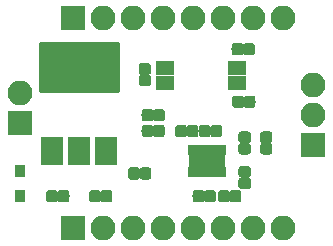
<source format=gbr>
G04 #@! TF.GenerationSoftware,KiCad,Pcbnew,(5.0.0-3-g5ebb6b6)*
G04 #@! TF.CreationDate,2019-03-02T11:42:57+00:00*
G04 #@! TF.ProjectId,WsonBagelBoard,57736F6E426167656C426F6172642E6B,rev?*
G04 #@! TF.SameCoordinates,Original*
G04 #@! TF.FileFunction,Soldermask,Top*
G04 #@! TF.FilePolarity,Negative*
%FSLAX46Y46*%
G04 Gerber Fmt 4.6, Leading zero omitted, Abs format (unit mm)*
G04 Created by KiCad (PCBNEW (5.0.0-3-g5ebb6b6)) date Saturday, 02 March 2019 at 11:42:57*
%MOMM*%
%LPD*%
G01*
G04 APERTURE LIST*
%ADD10R,2.100000X2.100000*%
%ADD11O,2.100000X2.100000*%
%ADD12R,1.650000X1.160000*%
%ADD13R,4.200000X2.400000*%
%ADD14R,1.900000X2.400000*%
%ADD15R,0.650000X0.900000*%
%ADD16R,3.050000X1.400000*%
%ADD17C,0.100000*%
%ADD18C,0.990000*%
%ADD19R,0.850000X1.000000*%
%ADD20C,0.254000*%
G04 APERTURE END LIST*
D10*
G04 #@! TO.C,J_MNT1*
X104140000Y-53340000D03*
D11*
X106680000Y-53340000D03*
X109220000Y-53340000D03*
X111760000Y-53340000D03*
X114300000Y-53340000D03*
X116840000Y-53340000D03*
X119380000Y-53340000D03*
X121920000Y-53340000D03*
G04 #@! TD*
G04 #@! TO.C,J_MNT2*
X121920000Y-71120000D03*
X119380000Y-71120000D03*
X116840000Y-71120000D03*
X114300000Y-71120000D03*
X111760000Y-71120000D03*
X109220000Y-71120000D03*
X106680000Y-71120000D03*
D10*
X104140000Y-71120000D03*
G04 #@! TD*
G04 #@! TO.C,J_IN2*
X99695000Y-62230000D03*
D11*
X99695000Y-59690000D03*
G04 #@! TD*
D10*
G04 #@! TO.C,J_OUT1*
X124460000Y-64135000D03*
D11*
X124460000Y-61595000D03*
X124460000Y-59055000D03*
G04 #@! TD*
D12*
G04 #@! TO.C,SWEN1*
X111923500Y-57594500D03*
X118073500Y-58864500D03*
X111923500Y-58864500D03*
X118073500Y-57594500D03*
G04 #@! TD*
D13*
G04 #@! TO.C,U1*
X104648000Y-58318000D03*
D14*
X104648000Y-64618000D03*
X106948000Y-64618000D03*
X102348000Y-64618000D03*
G04 #@! TD*
D15*
G04 #@! TO.C,U2*
X114256500Y-66418500D03*
X114756500Y-66418500D03*
X115256500Y-66418500D03*
X115756500Y-66418500D03*
X116256500Y-66418500D03*
X116756500Y-66418500D03*
X116756500Y-64518500D03*
X116256500Y-64518500D03*
X115756500Y-64518500D03*
X115256500Y-64518500D03*
X114756500Y-64518500D03*
X114256500Y-64518500D03*
D16*
X115506500Y-65468500D03*
G04 #@! TD*
D17*
G04 #@! TO.C,C1*
G36*
X116555359Y-62422392D02*
X116579385Y-62425956D01*
X116602945Y-62431857D01*
X116625814Y-62440040D01*
X116647771Y-62450424D01*
X116668604Y-62462911D01*
X116688112Y-62477380D01*
X116706109Y-62493691D01*
X116722420Y-62511688D01*
X116736889Y-62531196D01*
X116749376Y-62552029D01*
X116759760Y-62573986D01*
X116767943Y-62596855D01*
X116773844Y-62620415D01*
X116777408Y-62644441D01*
X116778600Y-62668700D01*
X116778600Y-63213700D01*
X116777408Y-63237959D01*
X116773844Y-63261985D01*
X116767943Y-63285545D01*
X116759760Y-63308414D01*
X116749376Y-63330371D01*
X116736889Y-63351204D01*
X116722420Y-63370712D01*
X116706109Y-63388709D01*
X116688112Y-63405020D01*
X116668604Y-63419489D01*
X116647771Y-63431976D01*
X116625814Y-63442360D01*
X116602945Y-63450543D01*
X116579385Y-63456444D01*
X116555359Y-63460008D01*
X116531100Y-63461200D01*
X116036100Y-63461200D01*
X116011841Y-63460008D01*
X115987815Y-63456444D01*
X115964255Y-63450543D01*
X115941386Y-63442360D01*
X115919429Y-63431976D01*
X115898596Y-63419489D01*
X115879088Y-63405020D01*
X115861091Y-63388709D01*
X115844780Y-63370712D01*
X115830311Y-63351204D01*
X115817824Y-63330371D01*
X115807440Y-63308414D01*
X115799257Y-63285545D01*
X115793356Y-63261985D01*
X115789792Y-63237959D01*
X115788600Y-63213700D01*
X115788600Y-62668700D01*
X115789792Y-62644441D01*
X115793356Y-62620415D01*
X115799257Y-62596855D01*
X115807440Y-62573986D01*
X115817824Y-62552029D01*
X115830311Y-62531196D01*
X115844780Y-62511688D01*
X115861091Y-62493691D01*
X115879088Y-62477380D01*
X115898596Y-62462911D01*
X115919429Y-62450424D01*
X115941386Y-62440040D01*
X115964255Y-62431857D01*
X115987815Y-62425956D01*
X116011841Y-62422392D01*
X116036100Y-62421200D01*
X116531100Y-62421200D01*
X116555359Y-62422392D01*
X116555359Y-62422392D01*
G37*
D18*
X116283600Y-62941200D03*
D17*
G36*
X115585359Y-62422392D02*
X115609385Y-62425956D01*
X115632945Y-62431857D01*
X115655814Y-62440040D01*
X115677771Y-62450424D01*
X115698604Y-62462911D01*
X115718112Y-62477380D01*
X115736109Y-62493691D01*
X115752420Y-62511688D01*
X115766889Y-62531196D01*
X115779376Y-62552029D01*
X115789760Y-62573986D01*
X115797943Y-62596855D01*
X115803844Y-62620415D01*
X115807408Y-62644441D01*
X115808600Y-62668700D01*
X115808600Y-63213700D01*
X115807408Y-63237959D01*
X115803844Y-63261985D01*
X115797943Y-63285545D01*
X115789760Y-63308414D01*
X115779376Y-63330371D01*
X115766889Y-63351204D01*
X115752420Y-63370712D01*
X115736109Y-63388709D01*
X115718112Y-63405020D01*
X115698604Y-63419489D01*
X115677771Y-63431976D01*
X115655814Y-63442360D01*
X115632945Y-63450543D01*
X115609385Y-63456444D01*
X115585359Y-63460008D01*
X115561100Y-63461200D01*
X115066100Y-63461200D01*
X115041841Y-63460008D01*
X115017815Y-63456444D01*
X114994255Y-63450543D01*
X114971386Y-63442360D01*
X114949429Y-63431976D01*
X114928596Y-63419489D01*
X114909088Y-63405020D01*
X114891091Y-63388709D01*
X114874780Y-63370712D01*
X114860311Y-63351204D01*
X114847824Y-63330371D01*
X114837440Y-63308414D01*
X114829257Y-63285545D01*
X114823356Y-63261985D01*
X114819792Y-63237959D01*
X114818600Y-63213700D01*
X114818600Y-62668700D01*
X114819792Y-62644441D01*
X114823356Y-62620415D01*
X114829257Y-62596855D01*
X114837440Y-62573986D01*
X114847824Y-62552029D01*
X114860311Y-62531196D01*
X114874780Y-62511688D01*
X114891091Y-62493691D01*
X114909088Y-62477380D01*
X114928596Y-62462911D01*
X114949429Y-62450424D01*
X114971386Y-62440040D01*
X114994255Y-62431857D01*
X115017815Y-62425956D01*
X115041841Y-62422392D01*
X115066100Y-62421200D01*
X115561100Y-62421200D01*
X115585359Y-62422392D01*
X115585359Y-62422392D01*
G37*
D18*
X115313600Y-62941200D03*
G04 #@! TD*
D17*
G04 #@! TO.C,CINV1*
G36*
X115039259Y-67934192D02*
X115063285Y-67937756D01*
X115086845Y-67943657D01*
X115109714Y-67951840D01*
X115131671Y-67962224D01*
X115152504Y-67974711D01*
X115172012Y-67989180D01*
X115190009Y-68005491D01*
X115206320Y-68023488D01*
X115220789Y-68042996D01*
X115233276Y-68063829D01*
X115243660Y-68085786D01*
X115251843Y-68108655D01*
X115257744Y-68132215D01*
X115261308Y-68156241D01*
X115262500Y-68180500D01*
X115262500Y-68725500D01*
X115261308Y-68749759D01*
X115257744Y-68773785D01*
X115251843Y-68797345D01*
X115243660Y-68820214D01*
X115233276Y-68842171D01*
X115220789Y-68863004D01*
X115206320Y-68882512D01*
X115190009Y-68900509D01*
X115172012Y-68916820D01*
X115152504Y-68931289D01*
X115131671Y-68943776D01*
X115109714Y-68954160D01*
X115086845Y-68962343D01*
X115063285Y-68968244D01*
X115039259Y-68971808D01*
X115015000Y-68973000D01*
X114520000Y-68973000D01*
X114495741Y-68971808D01*
X114471715Y-68968244D01*
X114448155Y-68962343D01*
X114425286Y-68954160D01*
X114403329Y-68943776D01*
X114382496Y-68931289D01*
X114362988Y-68916820D01*
X114344991Y-68900509D01*
X114328680Y-68882512D01*
X114314211Y-68863004D01*
X114301724Y-68842171D01*
X114291340Y-68820214D01*
X114283157Y-68797345D01*
X114277256Y-68773785D01*
X114273692Y-68749759D01*
X114272500Y-68725500D01*
X114272500Y-68180500D01*
X114273692Y-68156241D01*
X114277256Y-68132215D01*
X114283157Y-68108655D01*
X114291340Y-68085786D01*
X114301724Y-68063829D01*
X114314211Y-68042996D01*
X114328680Y-68023488D01*
X114344991Y-68005491D01*
X114362988Y-67989180D01*
X114382496Y-67974711D01*
X114403329Y-67962224D01*
X114425286Y-67951840D01*
X114448155Y-67943657D01*
X114471715Y-67937756D01*
X114495741Y-67934192D01*
X114520000Y-67933000D01*
X115015000Y-67933000D01*
X115039259Y-67934192D01*
X115039259Y-67934192D01*
G37*
D18*
X114767500Y-68453000D03*
D17*
G36*
X116009259Y-67934192D02*
X116033285Y-67937756D01*
X116056845Y-67943657D01*
X116079714Y-67951840D01*
X116101671Y-67962224D01*
X116122504Y-67974711D01*
X116142012Y-67989180D01*
X116160009Y-68005491D01*
X116176320Y-68023488D01*
X116190789Y-68042996D01*
X116203276Y-68063829D01*
X116213660Y-68085786D01*
X116221843Y-68108655D01*
X116227744Y-68132215D01*
X116231308Y-68156241D01*
X116232500Y-68180500D01*
X116232500Y-68725500D01*
X116231308Y-68749759D01*
X116227744Y-68773785D01*
X116221843Y-68797345D01*
X116213660Y-68820214D01*
X116203276Y-68842171D01*
X116190789Y-68863004D01*
X116176320Y-68882512D01*
X116160009Y-68900509D01*
X116142012Y-68916820D01*
X116122504Y-68931289D01*
X116101671Y-68943776D01*
X116079714Y-68954160D01*
X116056845Y-68962343D01*
X116033285Y-68968244D01*
X116009259Y-68971808D01*
X115985000Y-68973000D01*
X115490000Y-68973000D01*
X115465741Y-68971808D01*
X115441715Y-68968244D01*
X115418155Y-68962343D01*
X115395286Y-68954160D01*
X115373329Y-68943776D01*
X115352496Y-68931289D01*
X115332988Y-68916820D01*
X115314991Y-68900509D01*
X115298680Y-68882512D01*
X115284211Y-68863004D01*
X115271724Y-68842171D01*
X115261340Y-68820214D01*
X115253157Y-68797345D01*
X115247256Y-68773785D01*
X115243692Y-68749759D01*
X115242500Y-68725500D01*
X115242500Y-68180500D01*
X115243692Y-68156241D01*
X115247256Y-68132215D01*
X115253157Y-68108655D01*
X115261340Y-68085786D01*
X115271724Y-68063829D01*
X115284211Y-68042996D01*
X115298680Y-68023488D01*
X115314991Y-68005491D01*
X115332988Y-67989180D01*
X115352496Y-67974711D01*
X115373329Y-67962224D01*
X115395286Y-67951840D01*
X115418155Y-67943657D01*
X115441715Y-67937756D01*
X115465741Y-67934192D01*
X115490000Y-67933000D01*
X115985000Y-67933000D01*
X116009259Y-67934192D01*
X116009259Y-67934192D01*
G37*
D18*
X115737500Y-68453000D03*
G04 #@! TD*
D17*
G04 #@! TO.C,CP1*
G36*
X117198259Y-67934192D02*
X117222285Y-67937756D01*
X117245845Y-67943657D01*
X117268714Y-67951840D01*
X117290671Y-67962224D01*
X117311504Y-67974711D01*
X117331012Y-67989180D01*
X117349009Y-68005491D01*
X117365320Y-68023488D01*
X117379789Y-68042996D01*
X117392276Y-68063829D01*
X117402660Y-68085786D01*
X117410843Y-68108655D01*
X117416744Y-68132215D01*
X117420308Y-68156241D01*
X117421500Y-68180500D01*
X117421500Y-68725500D01*
X117420308Y-68749759D01*
X117416744Y-68773785D01*
X117410843Y-68797345D01*
X117402660Y-68820214D01*
X117392276Y-68842171D01*
X117379789Y-68863004D01*
X117365320Y-68882512D01*
X117349009Y-68900509D01*
X117331012Y-68916820D01*
X117311504Y-68931289D01*
X117290671Y-68943776D01*
X117268714Y-68954160D01*
X117245845Y-68962343D01*
X117222285Y-68968244D01*
X117198259Y-68971808D01*
X117174000Y-68973000D01*
X116679000Y-68973000D01*
X116654741Y-68971808D01*
X116630715Y-68968244D01*
X116607155Y-68962343D01*
X116584286Y-68954160D01*
X116562329Y-68943776D01*
X116541496Y-68931289D01*
X116521988Y-68916820D01*
X116503991Y-68900509D01*
X116487680Y-68882512D01*
X116473211Y-68863004D01*
X116460724Y-68842171D01*
X116450340Y-68820214D01*
X116442157Y-68797345D01*
X116436256Y-68773785D01*
X116432692Y-68749759D01*
X116431500Y-68725500D01*
X116431500Y-68180500D01*
X116432692Y-68156241D01*
X116436256Y-68132215D01*
X116442157Y-68108655D01*
X116450340Y-68085786D01*
X116460724Y-68063829D01*
X116473211Y-68042996D01*
X116487680Y-68023488D01*
X116503991Y-68005491D01*
X116521988Y-67989180D01*
X116541496Y-67974711D01*
X116562329Y-67962224D01*
X116584286Y-67951840D01*
X116607155Y-67943657D01*
X116630715Y-67937756D01*
X116654741Y-67934192D01*
X116679000Y-67933000D01*
X117174000Y-67933000D01*
X117198259Y-67934192D01*
X117198259Y-67934192D01*
G37*
D18*
X116926500Y-68453000D03*
D17*
G36*
X118168259Y-67934192D02*
X118192285Y-67937756D01*
X118215845Y-67943657D01*
X118238714Y-67951840D01*
X118260671Y-67962224D01*
X118281504Y-67974711D01*
X118301012Y-67989180D01*
X118319009Y-68005491D01*
X118335320Y-68023488D01*
X118349789Y-68042996D01*
X118362276Y-68063829D01*
X118372660Y-68085786D01*
X118380843Y-68108655D01*
X118386744Y-68132215D01*
X118390308Y-68156241D01*
X118391500Y-68180500D01*
X118391500Y-68725500D01*
X118390308Y-68749759D01*
X118386744Y-68773785D01*
X118380843Y-68797345D01*
X118372660Y-68820214D01*
X118362276Y-68842171D01*
X118349789Y-68863004D01*
X118335320Y-68882512D01*
X118319009Y-68900509D01*
X118301012Y-68916820D01*
X118281504Y-68931289D01*
X118260671Y-68943776D01*
X118238714Y-68954160D01*
X118215845Y-68962343D01*
X118192285Y-68968244D01*
X118168259Y-68971808D01*
X118144000Y-68973000D01*
X117649000Y-68973000D01*
X117624741Y-68971808D01*
X117600715Y-68968244D01*
X117577155Y-68962343D01*
X117554286Y-68954160D01*
X117532329Y-68943776D01*
X117511496Y-68931289D01*
X117491988Y-68916820D01*
X117473991Y-68900509D01*
X117457680Y-68882512D01*
X117443211Y-68863004D01*
X117430724Y-68842171D01*
X117420340Y-68820214D01*
X117412157Y-68797345D01*
X117406256Y-68773785D01*
X117402692Y-68749759D01*
X117401500Y-68725500D01*
X117401500Y-68180500D01*
X117402692Y-68156241D01*
X117406256Y-68132215D01*
X117412157Y-68108655D01*
X117420340Y-68085786D01*
X117430724Y-68063829D01*
X117443211Y-68042996D01*
X117457680Y-68023488D01*
X117473991Y-68005491D01*
X117491988Y-67989180D01*
X117511496Y-67974711D01*
X117532329Y-67962224D01*
X117554286Y-67951840D01*
X117577155Y-67943657D01*
X117600715Y-67937756D01*
X117624741Y-67934192D01*
X117649000Y-67933000D01*
X118144000Y-67933000D01*
X118168259Y-67934192D01*
X118168259Y-67934192D01*
G37*
D18*
X117896500Y-68453000D03*
G04 #@! TD*
D17*
G04 #@! TO.C,CR1*
G36*
X103626759Y-67934192D02*
X103650785Y-67937756D01*
X103674345Y-67943657D01*
X103697214Y-67951840D01*
X103719171Y-67962224D01*
X103740004Y-67974711D01*
X103759512Y-67989180D01*
X103777509Y-68005491D01*
X103793820Y-68023488D01*
X103808289Y-68042996D01*
X103820776Y-68063829D01*
X103831160Y-68085786D01*
X103839343Y-68108655D01*
X103845244Y-68132215D01*
X103848808Y-68156241D01*
X103850000Y-68180500D01*
X103850000Y-68725500D01*
X103848808Y-68749759D01*
X103845244Y-68773785D01*
X103839343Y-68797345D01*
X103831160Y-68820214D01*
X103820776Y-68842171D01*
X103808289Y-68863004D01*
X103793820Y-68882512D01*
X103777509Y-68900509D01*
X103759512Y-68916820D01*
X103740004Y-68931289D01*
X103719171Y-68943776D01*
X103697214Y-68954160D01*
X103674345Y-68962343D01*
X103650785Y-68968244D01*
X103626759Y-68971808D01*
X103602500Y-68973000D01*
X103107500Y-68973000D01*
X103083241Y-68971808D01*
X103059215Y-68968244D01*
X103035655Y-68962343D01*
X103012786Y-68954160D01*
X102990829Y-68943776D01*
X102969996Y-68931289D01*
X102950488Y-68916820D01*
X102932491Y-68900509D01*
X102916180Y-68882512D01*
X102901711Y-68863004D01*
X102889224Y-68842171D01*
X102878840Y-68820214D01*
X102870657Y-68797345D01*
X102864756Y-68773785D01*
X102861192Y-68749759D01*
X102860000Y-68725500D01*
X102860000Y-68180500D01*
X102861192Y-68156241D01*
X102864756Y-68132215D01*
X102870657Y-68108655D01*
X102878840Y-68085786D01*
X102889224Y-68063829D01*
X102901711Y-68042996D01*
X102916180Y-68023488D01*
X102932491Y-68005491D01*
X102950488Y-67989180D01*
X102969996Y-67974711D01*
X102990829Y-67962224D01*
X103012786Y-67951840D01*
X103035655Y-67943657D01*
X103059215Y-67937756D01*
X103083241Y-67934192D01*
X103107500Y-67933000D01*
X103602500Y-67933000D01*
X103626759Y-67934192D01*
X103626759Y-67934192D01*
G37*
D18*
X103355000Y-68453000D03*
D17*
G36*
X102656759Y-67934192D02*
X102680785Y-67937756D01*
X102704345Y-67943657D01*
X102727214Y-67951840D01*
X102749171Y-67962224D01*
X102770004Y-67974711D01*
X102789512Y-67989180D01*
X102807509Y-68005491D01*
X102823820Y-68023488D01*
X102838289Y-68042996D01*
X102850776Y-68063829D01*
X102861160Y-68085786D01*
X102869343Y-68108655D01*
X102875244Y-68132215D01*
X102878808Y-68156241D01*
X102880000Y-68180500D01*
X102880000Y-68725500D01*
X102878808Y-68749759D01*
X102875244Y-68773785D01*
X102869343Y-68797345D01*
X102861160Y-68820214D01*
X102850776Y-68842171D01*
X102838289Y-68863004D01*
X102823820Y-68882512D01*
X102807509Y-68900509D01*
X102789512Y-68916820D01*
X102770004Y-68931289D01*
X102749171Y-68943776D01*
X102727214Y-68954160D01*
X102704345Y-68962343D01*
X102680785Y-68968244D01*
X102656759Y-68971808D01*
X102632500Y-68973000D01*
X102137500Y-68973000D01*
X102113241Y-68971808D01*
X102089215Y-68968244D01*
X102065655Y-68962343D01*
X102042786Y-68954160D01*
X102020829Y-68943776D01*
X101999996Y-68931289D01*
X101980488Y-68916820D01*
X101962491Y-68900509D01*
X101946180Y-68882512D01*
X101931711Y-68863004D01*
X101919224Y-68842171D01*
X101908840Y-68820214D01*
X101900657Y-68797345D01*
X101894756Y-68773785D01*
X101891192Y-68749759D01*
X101890000Y-68725500D01*
X101890000Y-68180500D01*
X101891192Y-68156241D01*
X101894756Y-68132215D01*
X101900657Y-68108655D01*
X101908840Y-68085786D01*
X101919224Y-68063829D01*
X101931711Y-68042996D01*
X101946180Y-68023488D01*
X101962491Y-68005491D01*
X101980488Y-67989180D01*
X101999996Y-67974711D01*
X102020829Y-67962224D01*
X102042786Y-67951840D01*
X102065655Y-67943657D01*
X102089215Y-67937756D01*
X102113241Y-67934192D01*
X102137500Y-67933000D01*
X102632500Y-67933000D01*
X102656759Y-67934192D01*
X102656759Y-67934192D01*
G37*
D18*
X102385000Y-68453000D03*
G04 #@! TD*
D17*
G04 #@! TO.C,CR2*
G36*
X107246259Y-67934192D02*
X107270285Y-67937756D01*
X107293845Y-67943657D01*
X107316714Y-67951840D01*
X107338671Y-67962224D01*
X107359504Y-67974711D01*
X107379012Y-67989180D01*
X107397009Y-68005491D01*
X107413320Y-68023488D01*
X107427789Y-68042996D01*
X107440276Y-68063829D01*
X107450660Y-68085786D01*
X107458843Y-68108655D01*
X107464744Y-68132215D01*
X107468308Y-68156241D01*
X107469500Y-68180500D01*
X107469500Y-68725500D01*
X107468308Y-68749759D01*
X107464744Y-68773785D01*
X107458843Y-68797345D01*
X107450660Y-68820214D01*
X107440276Y-68842171D01*
X107427789Y-68863004D01*
X107413320Y-68882512D01*
X107397009Y-68900509D01*
X107379012Y-68916820D01*
X107359504Y-68931289D01*
X107338671Y-68943776D01*
X107316714Y-68954160D01*
X107293845Y-68962343D01*
X107270285Y-68968244D01*
X107246259Y-68971808D01*
X107222000Y-68973000D01*
X106727000Y-68973000D01*
X106702741Y-68971808D01*
X106678715Y-68968244D01*
X106655155Y-68962343D01*
X106632286Y-68954160D01*
X106610329Y-68943776D01*
X106589496Y-68931289D01*
X106569988Y-68916820D01*
X106551991Y-68900509D01*
X106535680Y-68882512D01*
X106521211Y-68863004D01*
X106508724Y-68842171D01*
X106498340Y-68820214D01*
X106490157Y-68797345D01*
X106484256Y-68773785D01*
X106480692Y-68749759D01*
X106479500Y-68725500D01*
X106479500Y-68180500D01*
X106480692Y-68156241D01*
X106484256Y-68132215D01*
X106490157Y-68108655D01*
X106498340Y-68085786D01*
X106508724Y-68063829D01*
X106521211Y-68042996D01*
X106535680Y-68023488D01*
X106551991Y-68005491D01*
X106569988Y-67989180D01*
X106589496Y-67974711D01*
X106610329Y-67962224D01*
X106632286Y-67951840D01*
X106655155Y-67943657D01*
X106678715Y-67937756D01*
X106702741Y-67934192D01*
X106727000Y-67933000D01*
X107222000Y-67933000D01*
X107246259Y-67934192D01*
X107246259Y-67934192D01*
G37*
D18*
X106974500Y-68453000D03*
D17*
G36*
X106276259Y-67934192D02*
X106300285Y-67937756D01*
X106323845Y-67943657D01*
X106346714Y-67951840D01*
X106368671Y-67962224D01*
X106389504Y-67974711D01*
X106409012Y-67989180D01*
X106427009Y-68005491D01*
X106443320Y-68023488D01*
X106457789Y-68042996D01*
X106470276Y-68063829D01*
X106480660Y-68085786D01*
X106488843Y-68108655D01*
X106494744Y-68132215D01*
X106498308Y-68156241D01*
X106499500Y-68180500D01*
X106499500Y-68725500D01*
X106498308Y-68749759D01*
X106494744Y-68773785D01*
X106488843Y-68797345D01*
X106480660Y-68820214D01*
X106470276Y-68842171D01*
X106457789Y-68863004D01*
X106443320Y-68882512D01*
X106427009Y-68900509D01*
X106409012Y-68916820D01*
X106389504Y-68931289D01*
X106368671Y-68943776D01*
X106346714Y-68954160D01*
X106323845Y-68962343D01*
X106300285Y-68968244D01*
X106276259Y-68971808D01*
X106252000Y-68973000D01*
X105757000Y-68973000D01*
X105732741Y-68971808D01*
X105708715Y-68968244D01*
X105685155Y-68962343D01*
X105662286Y-68954160D01*
X105640329Y-68943776D01*
X105619496Y-68931289D01*
X105599988Y-68916820D01*
X105581991Y-68900509D01*
X105565680Y-68882512D01*
X105551211Y-68863004D01*
X105538724Y-68842171D01*
X105528340Y-68820214D01*
X105520157Y-68797345D01*
X105514256Y-68773785D01*
X105510692Y-68749759D01*
X105509500Y-68725500D01*
X105509500Y-68180500D01*
X105510692Y-68156241D01*
X105514256Y-68132215D01*
X105520157Y-68108655D01*
X105528340Y-68085786D01*
X105538724Y-68063829D01*
X105551211Y-68042996D01*
X105565680Y-68023488D01*
X105581991Y-68005491D01*
X105599988Y-67989180D01*
X105619496Y-67974711D01*
X105640329Y-67962224D01*
X105662286Y-67951840D01*
X105685155Y-67943657D01*
X105708715Y-67937756D01*
X105732741Y-67934192D01*
X105757000Y-67933000D01*
X106252000Y-67933000D01*
X106276259Y-67934192D01*
X106276259Y-67934192D01*
G37*
D18*
X106004500Y-68453000D03*
G04 #@! TD*
D17*
G04 #@! TO.C,DOK1*
G36*
X110548259Y-66003792D02*
X110572285Y-66007356D01*
X110595845Y-66013257D01*
X110618714Y-66021440D01*
X110640671Y-66031824D01*
X110661504Y-66044311D01*
X110681012Y-66058780D01*
X110699009Y-66075091D01*
X110715320Y-66093088D01*
X110729789Y-66112596D01*
X110742276Y-66133429D01*
X110752660Y-66155386D01*
X110760843Y-66178255D01*
X110766744Y-66201815D01*
X110770308Y-66225841D01*
X110771500Y-66250100D01*
X110771500Y-66795100D01*
X110770308Y-66819359D01*
X110766744Y-66843385D01*
X110760843Y-66866945D01*
X110752660Y-66889814D01*
X110742276Y-66911771D01*
X110729789Y-66932604D01*
X110715320Y-66952112D01*
X110699009Y-66970109D01*
X110681012Y-66986420D01*
X110661504Y-67000889D01*
X110640671Y-67013376D01*
X110618714Y-67023760D01*
X110595845Y-67031943D01*
X110572285Y-67037844D01*
X110548259Y-67041408D01*
X110524000Y-67042600D01*
X110029000Y-67042600D01*
X110004741Y-67041408D01*
X109980715Y-67037844D01*
X109957155Y-67031943D01*
X109934286Y-67023760D01*
X109912329Y-67013376D01*
X109891496Y-67000889D01*
X109871988Y-66986420D01*
X109853991Y-66970109D01*
X109837680Y-66952112D01*
X109823211Y-66932604D01*
X109810724Y-66911771D01*
X109800340Y-66889814D01*
X109792157Y-66866945D01*
X109786256Y-66843385D01*
X109782692Y-66819359D01*
X109781500Y-66795100D01*
X109781500Y-66250100D01*
X109782692Y-66225841D01*
X109786256Y-66201815D01*
X109792157Y-66178255D01*
X109800340Y-66155386D01*
X109810724Y-66133429D01*
X109823211Y-66112596D01*
X109837680Y-66093088D01*
X109853991Y-66075091D01*
X109871988Y-66058780D01*
X109891496Y-66044311D01*
X109912329Y-66031824D01*
X109934286Y-66021440D01*
X109957155Y-66013257D01*
X109980715Y-66007356D01*
X110004741Y-66003792D01*
X110029000Y-66002600D01*
X110524000Y-66002600D01*
X110548259Y-66003792D01*
X110548259Y-66003792D01*
G37*
D18*
X110276500Y-66522600D03*
D17*
G36*
X109578259Y-66003792D02*
X109602285Y-66007356D01*
X109625845Y-66013257D01*
X109648714Y-66021440D01*
X109670671Y-66031824D01*
X109691504Y-66044311D01*
X109711012Y-66058780D01*
X109729009Y-66075091D01*
X109745320Y-66093088D01*
X109759789Y-66112596D01*
X109772276Y-66133429D01*
X109782660Y-66155386D01*
X109790843Y-66178255D01*
X109796744Y-66201815D01*
X109800308Y-66225841D01*
X109801500Y-66250100D01*
X109801500Y-66795100D01*
X109800308Y-66819359D01*
X109796744Y-66843385D01*
X109790843Y-66866945D01*
X109782660Y-66889814D01*
X109772276Y-66911771D01*
X109759789Y-66932604D01*
X109745320Y-66952112D01*
X109729009Y-66970109D01*
X109711012Y-66986420D01*
X109691504Y-67000889D01*
X109670671Y-67013376D01*
X109648714Y-67023760D01*
X109625845Y-67031943D01*
X109602285Y-67037844D01*
X109578259Y-67041408D01*
X109554000Y-67042600D01*
X109059000Y-67042600D01*
X109034741Y-67041408D01*
X109010715Y-67037844D01*
X108987155Y-67031943D01*
X108964286Y-67023760D01*
X108942329Y-67013376D01*
X108921496Y-67000889D01*
X108901988Y-66986420D01*
X108883991Y-66970109D01*
X108867680Y-66952112D01*
X108853211Y-66932604D01*
X108840724Y-66911771D01*
X108830340Y-66889814D01*
X108822157Y-66866945D01*
X108816256Y-66843385D01*
X108812692Y-66819359D01*
X108811500Y-66795100D01*
X108811500Y-66250100D01*
X108812692Y-66225841D01*
X108816256Y-66201815D01*
X108822157Y-66178255D01*
X108830340Y-66155386D01*
X108840724Y-66133429D01*
X108853211Y-66112596D01*
X108867680Y-66093088D01*
X108883991Y-66075091D01*
X108901988Y-66058780D01*
X108921496Y-66044311D01*
X108942329Y-66031824D01*
X108964286Y-66021440D01*
X108987155Y-66013257D01*
X109010715Y-66007356D01*
X109034741Y-66003792D01*
X109059000Y-66002600D01*
X109554000Y-66002600D01*
X109578259Y-66003792D01*
X109578259Y-66003792D01*
G37*
D18*
X109306500Y-66522600D03*
G04 #@! TD*
D17*
G04 #@! TO.C,R1*
G36*
X111691259Y-61076192D02*
X111715285Y-61079756D01*
X111738845Y-61085657D01*
X111761714Y-61093840D01*
X111783671Y-61104224D01*
X111804504Y-61116711D01*
X111824012Y-61131180D01*
X111842009Y-61147491D01*
X111858320Y-61165488D01*
X111872789Y-61184996D01*
X111885276Y-61205829D01*
X111895660Y-61227786D01*
X111903843Y-61250655D01*
X111909744Y-61274215D01*
X111913308Y-61298241D01*
X111914500Y-61322500D01*
X111914500Y-61867500D01*
X111913308Y-61891759D01*
X111909744Y-61915785D01*
X111903843Y-61939345D01*
X111895660Y-61962214D01*
X111885276Y-61984171D01*
X111872789Y-62005004D01*
X111858320Y-62024512D01*
X111842009Y-62042509D01*
X111824012Y-62058820D01*
X111804504Y-62073289D01*
X111783671Y-62085776D01*
X111761714Y-62096160D01*
X111738845Y-62104343D01*
X111715285Y-62110244D01*
X111691259Y-62113808D01*
X111667000Y-62115000D01*
X111172000Y-62115000D01*
X111147741Y-62113808D01*
X111123715Y-62110244D01*
X111100155Y-62104343D01*
X111077286Y-62096160D01*
X111055329Y-62085776D01*
X111034496Y-62073289D01*
X111014988Y-62058820D01*
X110996991Y-62042509D01*
X110980680Y-62024512D01*
X110966211Y-62005004D01*
X110953724Y-61984171D01*
X110943340Y-61962214D01*
X110935157Y-61939345D01*
X110929256Y-61915785D01*
X110925692Y-61891759D01*
X110924500Y-61867500D01*
X110924500Y-61322500D01*
X110925692Y-61298241D01*
X110929256Y-61274215D01*
X110935157Y-61250655D01*
X110943340Y-61227786D01*
X110953724Y-61205829D01*
X110966211Y-61184996D01*
X110980680Y-61165488D01*
X110996991Y-61147491D01*
X111014988Y-61131180D01*
X111034496Y-61116711D01*
X111055329Y-61104224D01*
X111077286Y-61093840D01*
X111100155Y-61085657D01*
X111123715Y-61079756D01*
X111147741Y-61076192D01*
X111172000Y-61075000D01*
X111667000Y-61075000D01*
X111691259Y-61076192D01*
X111691259Y-61076192D01*
G37*
D18*
X111419500Y-61595000D03*
D17*
G36*
X110721259Y-61076192D02*
X110745285Y-61079756D01*
X110768845Y-61085657D01*
X110791714Y-61093840D01*
X110813671Y-61104224D01*
X110834504Y-61116711D01*
X110854012Y-61131180D01*
X110872009Y-61147491D01*
X110888320Y-61165488D01*
X110902789Y-61184996D01*
X110915276Y-61205829D01*
X110925660Y-61227786D01*
X110933843Y-61250655D01*
X110939744Y-61274215D01*
X110943308Y-61298241D01*
X110944500Y-61322500D01*
X110944500Y-61867500D01*
X110943308Y-61891759D01*
X110939744Y-61915785D01*
X110933843Y-61939345D01*
X110925660Y-61962214D01*
X110915276Y-61984171D01*
X110902789Y-62005004D01*
X110888320Y-62024512D01*
X110872009Y-62042509D01*
X110854012Y-62058820D01*
X110834504Y-62073289D01*
X110813671Y-62085776D01*
X110791714Y-62096160D01*
X110768845Y-62104343D01*
X110745285Y-62110244D01*
X110721259Y-62113808D01*
X110697000Y-62115000D01*
X110202000Y-62115000D01*
X110177741Y-62113808D01*
X110153715Y-62110244D01*
X110130155Y-62104343D01*
X110107286Y-62096160D01*
X110085329Y-62085776D01*
X110064496Y-62073289D01*
X110044988Y-62058820D01*
X110026991Y-62042509D01*
X110010680Y-62024512D01*
X109996211Y-62005004D01*
X109983724Y-61984171D01*
X109973340Y-61962214D01*
X109965157Y-61939345D01*
X109959256Y-61915785D01*
X109955692Y-61891759D01*
X109954500Y-61867500D01*
X109954500Y-61322500D01*
X109955692Y-61298241D01*
X109959256Y-61274215D01*
X109965157Y-61250655D01*
X109973340Y-61227786D01*
X109983724Y-61205829D01*
X109996211Y-61184996D01*
X110010680Y-61165488D01*
X110026991Y-61147491D01*
X110044988Y-61131180D01*
X110064496Y-61116711D01*
X110085329Y-61104224D01*
X110107286Y-61093840D01*
X110130155Y-61085657D01*
X110153715Y-61079756D01*
X110177741Y-61076192D01*
X110202000Y-61075000D01*
X110697000Y-61075000D01*
X110721259Y-61076192D01*
X110721259Y-61076192D01*
G37*
D18*
X110449500Y-61595000D03*
G04 #@! TD*
D17*
G04 #@! TO.C,R2*
G36*
X110721259Y-62409692D02*
X110745285Y-62413256D01*
X110768845Y-62419157D01*
X110791714Y-62427340D01*
X110813671Y-62437724D01*
X110834504Y-62450211D01*
X110854012Y-62464680D01*
X110872009Y-62480991D01*
X110888320Y-62498988D01*
X110902789Y-62518496D01*
X110915276Y-62539329D01*
X110925660Y-62561286D01*
X110933843Y-62584155D01*
X110939744Y-62607715D01*
X110943308Y-62631741D01*
X110944500Y-62656000D01*
X110944500Y-63201000D01*
X110943308Y-63225259D01*
X110939744Y-63249285D01*
X110933843Y-63272845D01*
X110925660Y-63295714D01*
X110915276Y-63317671D01*
X110902789Y-63338504D01*
X110888320Y-63358012D01*
X110872009Y-63376009D01*
X110854012Y-63392320D01*
X110834504Y-63406789D01*
X110813671Y-63419276D01*
X110791714Y-63429660D01*
X110768845Y-63437843D01*
X110745285Y-63443744D01*
X110721259Y-63447308D01*
X110697000Y-63448500D01*
X110202000Y-63448500D01*
X110177741Y-63447308D01*
X110153715Y-63443744D01*
X110130155Y-63437843D01*
X110107286Y-63429660D01*
X110085329Y-63419276D01*
X110064496Y-63406789D01*
X110044988Y-63392320D01*
X110026991Y-63376009D01*
X110010680Y-63358012D01*
X109996211Y-63338504D01*
X109983724Y-63317671D01*
X109973340Y-63295714D01*
X109965157Y-63272845D01*
X109959256Y-63249285D01*
X109955692Y-63225259D01*
X109954500Y-63201000D01*
X109954500Y-62656000D01*
X109955692Y-62631741D01*
X109959256Y-62607715D01*
X109965157Y-62584155D01*
X109973340Y-62561286D01*
X109983724Y-62539329D01*
X109996211Y-62518496D01*
X110010680Y-62498988D01*
X110026991Y-62480991D01*
X110044988Y-62464680D01*
X110064496Y-62450211D01*
X110085329Y-62437724D01*
X110107286Y-62427340D01*
X110130155Y-62419157D01*
X110153715Y-62413256D01*
X110177741Y-62409692D01*
X110202000Y-62408500D01*
X110697000Y-62408500D01*
X110721259Y-62409692D01*
X110721259Y-62409692D01*
G37*
D18*
X110449500Y-62928500D03*
D17*
G36*
X111691259Y-62409692D02*
X111715285Y-62413256D01*
X111738845Y-62419157D01*
X111761714Y-62427340D01*
X111783671Y-62437724D01*
X111804504Y-62450211D01*
X111824012Y-62464680D01*
X111842009Y-62480991D01*
X111858320Y-62498988D01*
X111872789Y-62518496D01*
X111885276Y-62539329D01*
X111895660Y-62561286D01*
X111903843Y-62584155D01*
X111909744Y-62607715D01*
X111913308Y-62631741D01*
X111914500Y-62656000D01*
X111914500Y-63201000D01*
X111913308Y-63225259D01*
X111909744Y-63249285D01*
X111903843Y-63272845D01*
X111895660Y-63295714D01*
X111885276Y-63317671D01*
X111872789Y-63338504D01*
X111858320Y-63358012D01*
X111842009Y-63376009D01*
X111824012Y-63392320D01*
X111804504Y-63406789D01*
X111783671Y-63419276D01*
X111761714Y-63429660D01*
X111738845Y-63437843D01*
X111715285Y-63443744D01*
X111691259Y-63447308D01*
X111667000Y-63448500D01*
X111172000Y-63448500D01*
X111147741Y-63447308D01*
X111123715Y-63443744D01*
X111100155Y-63437843D01*
X111077286Y-63429660D01*
X111055329Y-63419276D01*
X111034496Y-63406789D01*
X111014988Y-63392320D01*
X110996991Y-63376009D01*
X110980680Y-63358012D01*
X110966211Y-63338504D01*
X110953724Y-63317671D01*
X110943340Y-63295714D01*
X110935157Y-63272845D01*
X110929256Y-63249285D01*
X110925692Y-63225259D01*
X110924500Y-63201000D01*
X110924500Y-62656000D01*
X110925692Y-62631741D01*
X110929256Y-62607715D01*
X110935157Y-62584155D01*
X110943340Y-62561286D01*
X110953724Y-62539329D01*
X110966211Y-62518496D01*
X110980680Y-62498988D01*
X110996991Y-62480991D01*
X111014988Y-62464680D01*
X111034496Y-62450211D01*
X111055329Y-62437724D01*
X111077286Y-62427340D01*
X111100155Y-62419157D01*
X111123715Y-62413256D01*
X111147741Y-62409692D01*
X111172000Y-62408500D01*
X111667000Y-62408500D01*
X111691259Y-62409692D01*
X111691259Y-62409692D01*
G37*
D18*
X111419500Y-62928500D03*
G04 #@! TD*
D17*
G04 #@! TO.C,R3*
G36*
X120819759Y-62965692D02*
X120843785Y-62969256D01*
X120867345Y-62975157D01*
X120890214Y-62983340D01*
X120912171Y-62993724D01*
X120933004Y-63006211D01*
X120952512Y-63020680D01*
X120970509Y-63036991D01*
X120986820Y-63054988D01*
X121001289Y-63074496D01*
X121013776Y-63095329D01*
X121024160Y-63117286D01*
X121032343Y-63140155D01*
X121038244Y-63163715D01*
X121041808Y-63187741D01*
X121043000Y-63212000D01*
X121043000Y-63707000D01*
X121041808Y-63731259D01*
X121038244Y-63755285D01*
X121032343Y-63778845D01*
X121024160Y-63801714D01*
X121013776Y-63823671D01*
X121001289Y-63844504D01*
X120986820Y-63864012D01*
X120970509Y-63882009D01*
X120952512Y-63898320D01*
X120933004Y-63912789D01*
X120912171Y-63925276D01*
X120890214Y-63935660D01*
X120867345Y-63943843D01*
X120843785Y-63949744D01*
X120819759Y-63953308D01*
X120795500Y-63954500D01*
X120250500Y-63954500D01*
X120226241Y-63953308D01*
X120202215Y-63949744D01*
X120178655Y-63943843D01*
X120155786Y-63935660D01*
X120133829Y-63925276D01*
X120112996Y-63912789D01*
X120093488Y-63898320D01*
X120075491Y-63882009D01*
X120059180Y-63864012D01*
X120044711Y-63844504D01*
X120032224Y-63823671D01*
X120021840Y-63801714D01*
X120013657Y-63778845D01*
X120007756Y-63755285D01*
X120004192Y-63731259D01*
X120003000Y-63707000D01*
X120003000Y-63212000D01*
X120004192Y-63187741D01*
X120007756Y-63163715D01*
X120013657Y-63140155D01*
X120021840Y-63117286D01*
X120032224Y-63095329D01*
X120044711Y-63074496D01*
X120059180Y-63054988D01*
X120075491Y-63036991D01*
X120093488Y-63020680D01*
X120112996Y-63006211D01*
X120133829Y-62993724D01*
X120155786Y-62983340D01*
X120178655Y-62975157D01*
X120202215Y-62969256D01*
X120226241Y-62965692D01*
X120250500Y-62964500D01*
X120795500Y-62964500D01*
X120819759Y-62965692D01*
X120819759Y-62965692D01*
G37*
D18*
X120523000Y-63459500D03*
D17*
G36*
X120819759Y-63935692D02*
X120843785Y-63939256D01*
X120867345Y-63945157D01*
X120890214Y-63953340D01*
X120912171Y-63963724D01*
X120933004Y-63976211D01*
X120952512Y-63990680D01*
X120970509Y-64006991D01*
X120986820Y-64024988D01*
X121001289Y-64044496D01*
X121013776Y-64065329D01*
X121024160Y-64087286D01*
X121032343Y-64110155D01*
X121038244Y-64133715D01*
X121041808Y-64157741D01*
X121043000Y-64182000D01*
X121043000Y-64677000D01*
X121041808Y-64701259D01*
X121038244Y-64725285D01*
X121032343Y-64748845D01*
X121024160Y-64771714D01*
X121013776Y-64793671D01*
X121001289Y-64814504D01*
X120986820Y-64834012D01*
X120970509Y-64852009D01*
X120952512Y-64868320D01*
X120933004Y-64882789D01*
X120912171Y-64895276D01*
X120890214Y-64905660D01*
X120867345Y-64913843D01*
X120843785Y-64919744D01*
X120819759Y-64923308D01*
X120795500Y-64924500D01*
X120250500Y-64924500D01*
X120226241Y-64923308D01*
X120202215Y-64919744D01*
X120178655Y-64913843D01*
X120155786Y-64905660D01*
X120133829Y-64895276D01*
X120112996Y-64882789D01*
X120093488Y-64868320D01*
X120075491Y-64852009D01*
X120059180Y-64834012D01*
X120044711Y-64814504D01*
X120032224Y-64793671D01*
X120021840Y-64771714D01*
X120013657Y-64748845D01*
X120007756Y-64725285D01*
X120004192Y-64701259D01*
X120003000Y-64677000D01*
X120003000Y-64182000D01*
X120004192Y-64157741D01*
X120007756Y-64133715D01*
X120013657Y-64110155D01*
X120021840Y-64087286D01*
X120032224Y-64065329D01*
X120044711Y-64044496D01*
X120059180Y-64024988D01*
X120075491Y-64006991D01*
X120093488Y-63990680D01*
X120112996Y-63976211D01*
X120133829Y-63963724D01*
X120155786Y-63953340D01*
X120178655Y-63945157D01*
X120202215Y-63939256D01*
X120226241Y-63935692D01*
X120250500Y-63934500D01*
X120795500Y-63934500D01*
X120819759Y-63935692D01*
X120819759Y-63935692D01*
G37*
D18*
X120523000Y-64429500D03*
G04 #@! TD*
D17*
G04 #@! TO.C,R4*
G36*
X118978259Y-63935692D02*
X119002285Y-63939256D01*
X119025845Y-63945157D01*
X119048714Y-63953340D01*
X119070671Y-63963724D01*
X119091504Y-63976211D01*
X119111012Y-63990680D01*
X119129009Y-64006991D01*
X119145320Y-64024988D01*
X119159789Y-64044496D01*
X119172276Y-64065329D01*
X119182660Y-64087286D01*
X119190843Y-64110155D01*
X119196744Y-64133715D01*
X119200308Y-64157741D01*
X119201500Y-64182000D01*
X119201500Y-64677000D01*
X119200308Y-64701259D01*
X119196744Y-64725285D01*
X119190843Y-64748845D01*
X119182660Y-64771714D01*
X119172276Y-64793671D01*
X119159789Y-64814504D01*
X119145320Y-64834012D01*
X119129009Y-64852009D01*
X119111012Y-64868320D01*
X119091504Y-64882789D01*
X119070671Y-64895276D01*
X119048714Y-64905660D01*
X119025845Y-64913843D01*
X119002285Y-64919744D01*
X118978259Y-64923308D01*
X118954000Y-64924500D01*
X118409000Y-64924500D01*
X118384741Y-64923308D01*
X118360715Y-64919744D01*
X118337155Y-64913843D01*
X118314286Y-64905660D01*
X118292329Y-64895276D01*
X118271496Y-64882789D01*
X118251988Y-64868320D01*
X118233991Y-64852009D01*
X118217680Y-64834012D01*
X118203211Y-64814504D01*
X118190724Y-64793671D01*
X118180340Y-64771714D01*
X118172157Y-64748845D01*
X118166256Y-64725285D01*
X118162692Y-64701259D01*
X118161500Y-64677000D01*
X118161500Y-64182000D01*
X118162692Y-64157741D01*
X118166256Y-64133715D01*
X118172157Y-64110155D01*
X118180340Y-64087286D01*
X118190724Y-64065329D01*
X118203211Y-64044496D01*
X118217680Y-64024988D01*
X118233991Y-64006991D01*
X118251988Y-63990680D01*
X118271496Y-63976211D01*
X118292329Y-63963724D01*
X118314286Y-63953340D01*
X118337155Y-63945157D01*
X118360715Y-63939256D01*
X118384741Y-63935692D01*
X118409000Y-63934500D01*
X118954000Y-63934500D01*
X118978259Y-63935692D01*
X118978259Y-63935692D01*
G37*
D18*
X118681500Y-64429500D03*
D17*
G36*
X118978259Y-62965692D02*
X119002285Y-62969256D01*
X119025845Y-62975157D01*
X119048714Y-62983340D01*
X119070671Y-62993724D01*
X119091504Y-63006211D01*
X119111012Y-63020680D01*
X119129009Y-63036991D01*
X119145320Y-63054988D01*
X119159789Y-63074496D01*
X119172276Y-63095329D01*
X119182660Y-63117286D01*
X119190843Y-63140155D01*
X119196744Y-63163715D01*
X119200308Y-63187741D01*
X119201500Y-63212000D01*
X119201500Y-63707000D01*
X119200308Y-63731259D01*
X119196744Y-63755285D01*
X119190843Y-63778845D01*
X119182660Y-63801714D01*
X119172276Y-63823671D01*
X119159789Y-63844504D01*
X119145320Y-63864012D01*
X119129009Y-63882009D01*
X119111012Y-63898320D01*
X119091504Y-63912789D01*
X119070671Y-63925276D01*
X119048714Y-63935660D01*
X119025845Y-63943843D01*
X119002285Y-63949744D01*
X118978259Y-63953308D01*
X118954000Y-63954500D01*
X118409000Y-63954500D01*
X118384741Y-63953308D01*
X118360715Y-63949744D01*
X118337155Y-63943843D01*
X118314286Y-63935660D01*
X118292329Y-63925276D01*
X118271496Y-63912789D01*
X118251988Y-63898320D01*
X118233991Y-63882009D01*
X118217680Y-63864012D01*
X118203211Y-63844504D01*
X118190724Y-63823671D01*
X118180340Y-63801714D01*
X118172157Y-63778845D01*
X118166256Y-63755285D01*
X118162692Y-63731259D01*
X118161500Y-63707000D01*
X118161500Y-63212000D01*
X118162692Y-63187741D01*
X118166256Y-63163715D01*
X118172157Y-63140155D01*
X118180340Y-63117286D01*
X118190724Y-63095329D01*
X118203211Y-63074496D01*
X118217680Y-63054988D01*
X118233991Y-63036991D01*
X118251988Y-63020680D01*
X118271496Y-63006211D01*
X118292329Y-62993724D01*
X118314286Y-62983340D01*
X118337155Y-62975157D01*
X118360715Y-62969256D01*
X118384741Y-62965692D01*
X118409000Y-62964500D01*
X118954000Y-62964500D01*
X118978259Y-62965692D01*
X118978259Y-62965692D01*
G37*
D18*
X118681500Y-63459500D03*
G04 #@! TD*
D17*
G04 #@! TO.C,REN+1*
G36*
X119374759Y-59933192D02*
X119398785Y-59936756D01*
X119422345Y-59942657D01*
X119445214Y-59950840D01*
X119467171Y-59961224D01*
X119488004Y-59973711D01*
X119507512Y-59988180D01*
X119525509Y-60004491D01*
X119541820Y-60022488D01*
X119556289Y-60041996D01*
X119568776Y-60062829D01*
X119579160Y-60084786D01*
X119587343Y-60107655D01*
X119593244Y-60131215D01*
X119596808Y-60155241D01*
X119598000Y-60179500D01*
X119598000Y-60724500D01*
X119596808Y-60748759D01*
X119593244Y-60772785D01*
X119587343Y-60796345D01*
X119579160Y-60819214D01*
X119568776Y-60841171D01*
X119556289Y-60862004D01*
X119541820Y-60881512D01*
X119525509Y-60899509D01*
X119507512Y-60915820D01*
X119488004Y-60930289D01*
X119467171Y-60942776D01*
X119445214Y-60953160D01*
X119422345Y-60961343D01*
X119398785Y-60967244D01*
X119374759Y-60970808D01*
X119350500Y-60972000D01*
X118855500Y-60972000D01*
X118831241Y-60970808D01*
X118807215Y-60967244D01*
X118783655Y-60961343D01*
X118760786Y-60953160D01*
X118738829Y-60942776D01*
X118717996Y-60930289D01*
X118698488Y-60915820D01*
X118680491Y-60899509D01*
X118664180Y-60881512D01*
X118649711Y-60862004D01*
X118637224Y-60841171D01*
X118626840Y-60819214D01*
X118618657Y-60796345D01*
X118612756Y-60772785D01*
X118609192Y-60748759D01*
X118608000Y-60724500D01*
X118608000Y-60179500D01*
X118609192Y-60155241D01*
X118612756Y-60131215D01*
X118618657Y-60107655D01*
X118626840Y-60084786D01*
X118637224Y-60062829D01*
X118649711Y-60041996D01*
X118664180Y-60022488D01*
X118680491Y-60004491D01*
X118698488Y-59988180D01*
X118717996Y-59973711D01*
X118738829Y-59961224D01*
X118760786Y-59950840D01*
X118783655Y-59942657D01*
X118807215Y-59936756D01*
X118831241Y-59933192D01*
X118855500Y-59932000D01*
X119350500Y-59932000D01*
X119374759Y-59933192D01*
X119374759Y-59933192D01*
G37*
D18*
X119103000Y-60452000D03*
D17*
G36*
X118404759Y-59933192D02*
X118428785Y-59936756D01*
X118452345Y-59942657D01*
X118475214Y-59950840D01*
X118497171Y-59961224D01*
X118518004Y-59973711D01*
X118537512Y-59988180D01*
X118555509Y-60004491D01*
X118571820Y-60022488D01*
X118586289Y-60041996D01*
X118598776Y-60062829D01*
X118609160Y-60084786D01*
X118617343Y-60107655D01*
X118623244Y-60131215D01*
X118626808Y-60155241D01*
X118628000Y-60179500D01*
X118628000Y-60724500D01*
X118626808Y-60748759D01*
X118623244Y-60772785D01*
X118617343Y-60796345D01*
X118609160Y-60819214D01*
X118598776Y-60841171D01*
X118586289Y-60862004D01*
X118571820Y-60881512D01*
X118555509Y-60899509D01*
X118537512Y-60915820D01*
X118518004Y-60930289D01*
X118497171Y-60942776D01*
X118475214Y-60953160D01*
X118452345Y-60961343D01*
X118428785Y-60967244D01*
X118404759Y-60970808D01*
X118380500Y-60972000D01*
X117885500Y-60972000D01*
X117861241Y-60970808D01*
X117837215Y-60967244D01*
X117813655Y-60961343D01*
X117790786Y-60953160D01*
X117768829Y-60942776D01*
X117747996Y-60930289D01*
X117728488Y-60915820D01*
X117710491Y-60899509D01*
X117694180Y-60881512D01*
X117679711Y-60862004D01*
X117667224Y-60841171D01*
X117656840Y-60819214D01*
X117648657Y-60796345D01*
X117642756Y-60772785D01*
X117639192Y-60748759D01*
X117638000Y-60724500D01*
X117638000Y-60179500D01*
X117639192Y-60155241D01*
X117642756Y-60131215D01*
X117648657Y-60107655D01*
X117656840Y-60084786D01*
X117667224Y-60062829D01*
X117679711Y-60041996D01*
X117694180Y-60022488D01*
X117710491Y-60004491D01*
X117728488Y-59988180D01*
X117747996Y-59973711D01*
X117768829Y-59961224D01*
X117790786Y-59950840D01*
X117813655Y-59942657D01*
X117837215Y-59936756D01*
X117861241Y-59933192D01*
X117885500Y-59932000D01*
X118380500Y-59932000D01*
X118404759Y-59933192D01*
X118404759Y-59933192D01*
G37*
D18*
X118133000Y-60452000D03*
G04 #@! TD*
D17*
G04 #@! TO.C,REN-1*
G36*
X118341259Y-55488192D02*
X118365285Y-55491756D01*
X118388845Y-55497657D01*
X118411714Y-55505840D01*
X118433671Y-55516224D01*
X118454504Y-55528711D01*
X118474012Y-55543180D01*
X118492009Y-55559491D01*
X118508320Y-55577488D01*
X118522789Y-55596996D01*
X118535276Y-55617829D01*
X118545660Y-55639786D01*
X118553843Y-55662655D01*
X118559744Y-55686215D01*
X118563308Y-55710241D01*
X118564500Y-55734500D01*
X118564500Y-56279500D01*
X118563308Y-56303759D01*
X118559744Y-56327785D01*
X118553843Y-56351345D01*
X118545660Y-56374214D01*
X118535276Y-56396171D01*
X118522789Y-56417004D01*
X118508320Y-56436512D01*
X118492009Y-56454509D01*
X118474012Y-56470820D01*
X118454504Y-56485289D01*
X118433671Y-56497776D01*
X118411714Y-56508160D01*
X118388845Y-56516343D01*
X118365285Y-56522244D01*
X118341259Y-56525808D01*
X118317000Y-56527000D01*
X117822000Y-56527000D01*
X117797741Y-56525808D01*
X117773715Y-56522244D01*
X117750155Y-56516343D01*
X117727286Y-56508160D01*
X117705329Y-56497776D01*
X117684496Y-56485289D01*
X117664988Y-56470820D01*
X117646991Y-56454509D01*
X117630680Y-56436512D01*
X117616211Y-56417004D01*
X117603724Y-56396171D01*
X117593340Y-56374214D01*
X117585157Y-56351345D01*
X117579256Y-56327785D01*
X117575692Y-56303759D01*
X117574500Y-56279500D01*
X117574500Y-55734500D01*
X117575692Y-55710241D01*
X117579256Y-55686215D01*
X117585157Y-55662655D01*
X117593340Y-55639786D01*
X117603724Y-55617829D01*
X117616211Y-55596996D01*
X117630680Y-55577488D01*
X117646991Y-55559491D01*
X117664988Y-55543180D01*
X117684496Y-55528711D01*
X117705329Y-55516224D01*
X117727286Y-55505840D01*
X117750155Y-55497657D01*
X117773715Y-55491756D01*
X117797741Y-55488192D01*
X117822000Y-55487000D01*
X118317000Y-55487000D01*
X118341259Y-55488192D01*
X118341259Y-55488192D01*
G37*
D18*
X118069500Y-56007000D03*
D17*
G36*
X119311259Y-55488192D02*
X119335285Y-55491756D01*
X119358845Y-55497657D01*
X119381714Y-55505840D01*
X119403671Y-55516224D01*
X119424504Y-55528711D01*
X119444012Y-55543180D01*
X119462009Y-55559491D01*
X119478320Y-55577488D01*
X119492789Y-55596996D01*
X119505276Y-55617829D01*
X119515660Y-55639786D01*
X119523843Y-55662655D01*
X119529744Y-55686215D01*
X119533308Y-55710241D01*
X119534500Y-55734500D01*
X119534500Y-56279500D01*
X119533308Y-56303759D01*
X119529744Y-56327785D01*
X119523843Y-56351345D01*
X119515660Y-56374214D01*
X119505276Y-56396171D01*
X119492789Y-56417004D01*
X119478320Y-56436512D01*
X119462009Y-56454509D01*
X119444012Y-56470820D01*
X119424504Y-56485289D01*
X119403671Y-56497776D01*
X119381714Y-56508160D01*
X119358845Y-56516343D01*
X119335285Y-56522244D01*
X119311259Y-56525808D01*
X119287000Y-56527000D01*
X118792000Y-56527000D01*
X118767741Y-56525808D01*
X118743715Y-56522244D01*
X118720155Y-56516343D01*
X118697286Y-56508160D01*
X118675329Y-56497776D01*
X118654496Y-56485289D01*
X118634988Y-56470820D01*
X118616991Y-56454509D01*
X118600680Y-56436512D01*
X118586211Y-56417004D01*
X118573724Y-56396171D01*
X118563340Y-56374214D01*
X118555157Y-56351345D01*
X118549256Y-56327785D01*
X118545692Y-56303759D01*
X118544500Y-56279500D01*
X118544500Y-55734500D01*
X118545692Y-55710241D01*
X118549256Y-55686215D01*
X118555157Y-55662655D01*
X118563340Y-55639786D01*
X118573724Y-55617829D01*
X118586211Y-55596996D01*
X118600680Y-55577488D01*
X118616991Y-55559491D01*
X118634988Y-55543180D01*
X118654496Y-55528711D01*
X118675329Y-55516224D01*
X118697286Y-55505840D01*
X118720155Y-55497657D01*
X118743715Y-55491756D01*
X118767741Y-55488192D01*
X118792000Y-55487000D01*
X119287000Y-55487000D01*
X119311259Y-55488192D01*
X119311259Y-55488192D01*
G37*
D18*
X119039500Y-56007000D03*
G04 #@! TD*
D17*
G04 #@! TO.C,ROK1*
G36*
X110532759Y-58157192D02*
X110556785Y-58160756D01*
X110580345Y-58166657D01*
X110603214Y-58174840D01*
X110625171Y-58185224D01*
X110646004Y-58197711D01*
X110665512Y-58212180D01*
X110683509Y-58228491D01*
X110699820Y-58246488D01*
X110714289Y-58265996D01*
X110726776Y-58286829D01*
X110737160Y-58308786D01*
X110745343Y-58331655D01*
X110751244Y-58355215D01*
X110754808Y-58379241D01*
X110756000Y-58403500D01*
X110756000Y-58898500D01*
X110754808Y-58922759D01*
X110751244Y-58946785D01*
X110745343Y-58970345D01*
X110737160Y-58993214D01*
X110726776Y-59015171D01*
X110714289Y-59036004D01*
X110699820Y-59055512D01*
X110683509Y-59073509D01*
X110665512Y-59089820D01*
X110646004Y-59104289D01*
X110625171Y-59116776D01*
X110603214Y-59127160D01*
X110580345Y-59135343D01*
X110556785Y-59141244D01*
X110532759Y-59144808D01*
X110508500Y-59146000D01*
X109963500Y-59146000D01*
X109939241Y-59144808D01*
X109915215Y-59141244D01*
X109891655Y-59135343D01*
X109868786Y-59127160D01*
X109846829Y-59116776D01*
X109825996Y-59104289D01*
X109806488Y-59089820D01*
X109788491Y-59073509D01*
X109772180Y-59055512D01*
X109757711Y-59036004D01*
X109745224Y-59015171D01*
X109734840Y-58993214D01*
X109726657Y-58970345D01*
X109720756Y-58946785D01*
X109717192Y-58922759D01*
X109716000Y-58898500D01*
X109716000Y-58403500D01*
X109717192Y-58379241D01*
X109720756Y-58355215D01*
X109726657Y-58331655D01*
X109734840Y-58308786D01*
X109745224Y-58286829D01*
X109757711Y-58265996D01*
X109772180Y-58246488D01*
X109788491Y-58228491D01*
X109806488Y-58212180D01*
X109825996Y-58197711D01*
X109846829Y-58185224D01*
X109868786Y-58174840D01*
X109891655Y-58166657D01*
X109915215Y-58160756D01*
X109939241Y-58157192D01*
X109963500Y-58156000D01*
X110508500Y-58156000D01*
X110532759Y-58157192D01*
X110532759Y-58157192D01*
G37*
D18*
X110236000Y-58651000D03*
D17*
G36*
X110532759Y-57187192D02*
X110556785Y-57190756D01*
X110580345Y-57196657D01*
X110603214Y-57204840D01*
X110625171Y-57215224D01*
X110646004Y-57227711D01*
X110665512Y-57242180D01*
X110683509Y-57258491D01*
X110699820Y-57276488D01*
X110714289Y-57295996D01*
X110726776Y-57316829D01*
X110737160Y-57338786D01*
X110745343Y-57361655D01*
X110751244Y-57385215D01*
X110754808Y-57409241D01*
X110756000Y-57433500D01*
X110756000Y-57928500D01*
X110754808Y-57952759D01*
X110751244Y-57976785D01*
X110745343Y-58000345D01*
X110737160Y-58023214D01*
X110726776Y-58045171D01*
X110714289Y-58066004D01*
X110699820Y-58085512D01*
X110683509Y-58103509D01*
X110665512Y-58119820D01*
X110646004Y-58134289D01*
X110625171Y-58146776D01*
X110603214Y-58157160D01*
X110580345Y-58165343D01*
X110556785Y-58171244D01*
X110532759Y-58174808D01*
X110508500Y-58176000D01*
X109963500Y-58176000D01*
X109939241Y-58174808D01*
X109915215Y-58171244D01*
X109891655Y-58165343D01*
X109868786Y-58157160D01*
X109846829Y-58146776D01*
X109825996Y-58134289D01*
X109806488Y-58119820D01*
X109788491Y-58103509D01*
X109772180Y-58085512D01*
X109757711Y-58066004D01*
X109745224Y-58045171D01*
X109734840Y-58023214D01*
X109726657Y-58000345D01*
X109720756Y-57976785D01*
X109717192Y-57952759D01*
X109716000Y-57928500D01*
X109716000Y-57433500D01*
X109717192Y-57409241D01*
X109720756Y-57385215D01*
X109726657Y-57361655D01*
X109734840Y-57338786D01*
X109745224Y-57316829D01*
X109757711Y-57295996D01*
X109772180Y-57276488D01*
X109788491Y-57258491D01*
X109806488Y-57242180D01*
X109825996Y-57227711D01*
X109846829Y-57215224D01*
X109868786Y-57204840D01*
X109891655Y-57196657D01*
X109915215Y-57190756D01*
X109939241Y-57187192D01*
X109963500Y-57186000D01*
X110508500Y-57186000D01*
X110532759Y-57187192D01*
X110532759Y-57187192D01*
G37*
D18*
X110236000Y-57681000D03*
G04 #@! TD*
D19*
G04 #@! TO.C,DP1*
X99695000Y-68423500D03*
X99695000Y-66323500D03*
G04 #@! TD*
D17*
G04 #@! TO.C,CO+1*
G36*
X114548759Y-62422392D02*
X114572785Y-62425956D01*
X114596345Y-62431857D01*
X114619214Y-62440040D01*
X114641171Y-62450424D01*
X114662004Y-62462911D01*
X114681512Y-62477380D01*
X114699509Y-62493691D01*
X114715820Y-62511688D01*
X114730289Y-62531196D01*
X114742776Y-62552029D01*
X114753160Y-62573986D01*
X114761343Y-62596855D01*
X114767244Y-62620415D01*
X114770808Y-62644441D01*
X114772000Y-62668700D01*
X114772000Y-63213700D01*
X114770808Y-63237959D01*
X114767244Y-63261985D01*
X114761343Y-63285545D01*
X114753160Y-63308414D01*
X114742776Y-63330371D01*
X114730289Y-63351204D01*
X114715820Y-63370712D01*
X114699509Y-63388709D01*
X114681512Y-63405020D01*
X114662004Y-63419489D01*
X114641171Y-63431976D01*
X114619214Y-63442360D01*
X114596345Y-63450543D01*
X114572785Y-63456444D01*
X114548759Y-63460008D01*
X114524500Y-63461200D01*
X114029500Y-63461200D01*
X114005241Y-63460008D01*
X113981215Y-63456444D01*
X113957655Y-63450543D01*
X113934786Y-63442360D01*
X113912829Y-63431976D01*
X113891996Y-63419489D01*
X113872488Y-63405020D01*
X113854491Y-63388709D01*
X113838180Y-63370712D01*
X113823711Y-63351204D01*
X113811224Y-63330371D01*
X113800840Y-63308414D01*
X113792657Y-63285545D01*
X113786756Y-63261985D01*
X113783192Y-63237959D01*
X113782000Y-63213700D01*
X113782000Y-62668700D01*
X113783192Y-62644441D01*
X113786756Y-62620415D01*
X113792657Y-62596855D01*
X113800840Y-62573986D01*
X113811224Y-62552029D01*
X113823711Y-62531196D01*
X113838180Y-62511688D01*
X113854491Y-62493691D01*
X113872488Y-62477380D01*
X113891996Y-62462911D01*
X113912829Y-62450424D01*
X113934786Y-62440040D01*
X113957655Y-62431857D01*
X113981215Y-62425956D01*
X114005241Y-62422392D01*
X114029500Y-62421200D01*
X114524500Y-62421200D01*
X114548759Y-62422392D01*
X114548759Y-62422392D01*
G37*
D18*
X114277000Y-62941200D03*
D17*
G36*
X113578759Y-62422392D02*
X113602785Y-62425956D01*
X113626345Y-62431857D01*
X113649214Y-62440040D01*
X113671171Y-62450424D01*
X113692004Y-62462911D01*
X113711512Y-62477380D01*
X113729509Y-62493691D01*
X113745820Y-62511688D01*
X113760289Y-62531196D01*
X113772776Y-62552029D01*
X113783160Y-62573986D01*
X113791343Y-62596855D01*
X113797244Y-62620415D01*
X113800808Y-62644441D01*
X113802000Y-62668700D01*
X113802000Y-63213700D01*
X113800808Y-63237959D01*
X113797244Y-63261985D01*
X113791343Y-63285545D01*
X113783160Y-63308414D01*
X113772776Y-63330371D01*
X113760289Y-63351204D01*
X113745820Y-63370712D01*
X113729509Y-63388709D01*
X113711512Y-63405020D01*
X113692004Y-63419489D01*
X113671171Y-63431976D01*
X113649214Y-63442360D01*
X113626345Y-63450543D01*
X113602785Y-63456444D01*
X113578759Y-63460008D01*
X113554500Y-63461200D01*
X113059500Y-63461200D01*
X113035241Y-63460008D01*
X113011215Y-63456444D01*
X112987655Y-63450543D01*
X112964786Y-63442360D01*
X112942829Y-63431976D01*
X112921996Y-63419489D01*
X112902488Y-63405020D01*
X112884491Y-63388709D01*
X112868180Y-63370712D01*
X112853711Y-63351204D01*
X112841224Y-63330371D01*
X112830840Y-63308414D01*
X112822657Y-63285545D01*
X112816756Y-63261985D01*
X112813192Y-63237959D01*
X112812000Y-63213700D01*
X112812000Y-62668700D01*
X112813192Y-62644441D01*
X112816756Y-62620415D01*
X112822657Y-62596855D01*
X112830840Y-62573986D01*
X112841224Y-62552029D01*
X112853711Y-62531196D01*
X112868180Y-62511688D01*
X112884491Y-62493691D01*
X112902488Y-62477380D01*
X112921996Y-62462911D01*
X112942829Y-62450424D01*
X112964786Y-62440040D01*
X112987655Y-62431857D01*
X113011215Y-62425956D01*
X113035241Y-62422392D01*
X113059500Y-62421200D01*
X113554500Y-62421200D01*
X113578759Y-62422392D01*
X113578759Y-62422392D01*
G37*
D18*
X113307000Y-62941200D03*
G04 #@! TD*
D17*
G04 #@! TO.C,CO-1*
G36*
X118978259Y-65886692D02*
X119002285Y-65890256D01*
X119025845Y-65896157D01*
X119048714Y-65904340D01*
X119070671Y-65914724D01*
X119091504Y-65927211D01*
X119111012Y-65941680D01*
X119129009Y-65957991D01*
X119145320Y-65975988D01*
X119159789Y-65995496D01*
X119172276Y-66016329D01*
X119182660Y-66038286D01*
X119190843Y-66061155D01*
X119196744Y-66084715D01*
X119200308Y-66108741D01*
X119201500Y-66133000D01*
X119201500Y-66628000D01*
X119200308Y-66652259D01*
X119196744Y-66676285D01*
X119190843Y-66699845D01*
X119182660Y-66722714D01*
X119172276Y-66744671D01*
X119159789Y-66765504D01*
X119145320Y-66785012D01*
X119129009Y-66803009D01*
X119111012Y-66819320D01*
X119091504Y-66833789D01*
X119070671Y-66846276D01*
X119048714Y-66856660D01*
X119025845Y-66864843D01*
X119002285Y-66870744D01*
X118978259Y-66874308D01*
X118954000Y-66875500D01*
X118409000Y-66875500D01*
X118384741Y-66874308D01*
X118360715Y-66870744D01*
X118337155Y-66864843D01*
X118314286Y-66856660D01*
X118292329Y-66846276D01*
X118271496Y-66833789D01*
X118251988Y-66819320D01*
X118233991Y-66803009D01*
X118217680Y-66785012D01*
X118203211Y-66765504D01*
X118190724Y-66744671D01*
X118180340Y-66722714D01*
X118172157Y-66699845D01*
X118166256Y-66676285D01*
X118162692Y-66652259D01*
X118161500Y-66628000D01*
X118161500Y-66133000D01*
X118162692Y-66108741D01*
X118166256Y-66084715D01*
X118172157Y-66061155D01*
X118180340Y-66038286D01*
X118190724Y-66016329D01*
X118203211Y-65995496D01*
X118217680Y-65975988D01*
X118233991Y-65957991D01*
X118251988Y-65941680D01*
X118271496Y-65927211D01*
X118292329Y-65914724D01*
X118314286Y-65904340D01*
X118337155Y-65896157D01*
X118360715Y-65890256D01*
X118384741Y-65886692D01*
X118409000Y-65885500D01*
X118954000Y-65885500D01*
X118978259Y-65886692D01*
X118978259Y-65886692D01*
G37*
D18*
X118681500Y-66380500D03*
D17*
G36*
X118978259Y-66856692D02*
X119002285Y-66860256D01*
X119025845Y-66866157D01*
X119048714Y-66874340D01*
X119070671Y-66884724D01*
X119091504Y-66897211D01*
X119111012Y-66911680D01*
X119129009Y-66927991D01*
X119145320Y-66945988D01*
X119159789Y-66965496D01*
X119172276Y-66986329D01*
X119182660Y-67008286D01*
X119190843Y-67031155D01*
X119196744Y-67054715D01*
X119200308Y-67078741D01*
X119201500Y-67103000D01*
X119201500Y-67598000D01*
X119200308Y-67622259D01*
X119196744Y-67646285D01*
X119190843Y-67669845D01*
X119182660Y-67692714D01*
X119172276Y-67714671D01*
X119159789Y-67735504D01*
X119145320Y-67755012D01*
X119129009Y-67773009D01*
X119111012Y-67789320D01*
X119091504Y-67803789D01*
X119070671Y-67816276D01*
X119048714Y-67826660D01*
X119025845Y-67834843D01*
X119002285Y-67840744D01*
X118978259Y-67844308D01*
X118954000Y-67845500D01*
X118409000Y-67845500D01*
X118384741Y-67844308D01*
X118360715Y-67840744D01*
X118337155Y-67834843D01*
X118314286Y-67826660D01*
X118292329Y-67816276D01*
X118271496Y-67803789D01*
X118251988Y-67789320D01*
X118233991Y-67773009D01*
X118217680Y-67755012D01*
X118203211Y-67735504D01*
X118190724Y-67714671D01*
X118180340Y-67692714D01*
X118172157Y-67669845D01*
X118166256Y-67646285D01*
X118162692Y-67622259D01*
X118161500Y-67598000D01*
X118161500Y-67103000D01*
X118162692Y-67078741D01*
X118166256Y-67054715D01*
X118172157Y-67031155D01*
X118180340Y-67008286D01*
X118190724Y-66986329D01*
X118203211Y-66965496D01*
X118217680Y-66945988D01*
X118233991Y-66927991D01*
X118251988Y-66911680D01*
X118271496Y-66897211D01*
X118292329Y-66884724D01*
X118314286Y-66874340D01*
X118337155Y-66866157D01*
X118360715Y-66860256D01*
X118384741Y-66856692D01*
X118409000Y-66855500D01*
X118954000Y-66855500D01*
X118978259Y-66856692D01*
X118978259Y-66856692D01*
G37*
D18*
X118681500Y-67350500D03*
G04 #@! TD*
D20*
G36*
X107950000Y-59537600D02*
X101346000Y-59537600D01*
X101346000Y-55499000D01*
X107950000Y-55499000D01*
X107950000Y-59537600D01*
X107950000Y-59537600D01*
G37*
X107950000Y-59537600D02*
X101346000Y-59537600D01*
X101346000Y-55499000D01*
X107950000Y-55499000D01*
X107950000Y-59537600D01*
M02*

</source>
